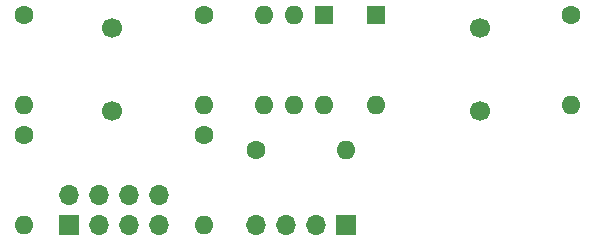
<source format=gbr>
%TF.GenerationSoftware,KiCad,Pcbnew,(5.1.9)-1*%
%TF.CreationDate,2022-02-01T09:31:05-08:00*%
%TF.ProjectId,midi_in_out_dev,6d696469-5f69-46e5-9f6f-75745f646576,1.0*%
%TF.SameCoordinates,Original*%
%TF.FileFunction,Soldermask,Bot*%
%TF.FilePolarity,Negative*%
%FSLAX46Y46*%
G04 Gerber Fmt 4.6, Leading zero omitted, Abs format (unit mm)*
G04 Created by KiCad (PCBNEW (5.1.9)-1) date 2022-02-01 09:31:05*
%MOMM*%
%LPD*%
G01*
G04 APERTURE LIST*
%ADD10O,1.700000X1.700000*%
%ADD11R,1.700000X1.700000*%
%ADD12R,1.600000X1.600000*%
%ADD13O,1.600000X1.600000*%
%ADD14C,1.700000*%
%ADD15C,1.600000*%
G04 APERTURE END LIST*
D10*
%TO.C,REF\u002A\u002A*%
X48260000Y-40005000D03*
X48260000Y-42545000D03*
X45720000Y-40005000D03*
X45720000Y-42545000D03*
X43180000Y-40005000D03*
X43180000Y-42545000D03*
X40640000Y-40005000D03*
D11*
X40640000Y-42545000D03*
%TD*%
D12*
%TO.C,1N4148*%
X66675000Y-24765000D03*
D13*
X66675000Y-32385000D03*
%TD*%
D14*
%TO.C,J1*%
X44340000Y-32865000D03*
X44340000Y-25865000D03*
%TD*%
%TO.C,J2*%
X75455000Y-25865000D03*
X75455000Y-32865000D03*
%TD*%
D11*
%TO.C,G  TX  RX  +*%
X64135000Y-42545000D03*
D10*
X61595000Y-42545000D03*
X59055000Y-42545000D03*
X56515000Y-42545000D03*
%TD*%
D15*
%TO.C,10\u03A9*%
X36830000Y-24765000D03*
D13*
X36830000Y-32385000D03*
%TD*%
%TO.C,220\u03A9*%
X36830000Y-42545000D03*
D15*
X36830000Y-34925000D03*
%TD*%
%TO.C,33\u03A9*%
X52070000Y-24765000D03*
D13*
X52070000Y-32385000D03*
%TD*%
%TO.C,220\u03A9*%
X52070000Y-42545000D03*
D15*
X52070000Y-34925000D03*
%TD*%
%TO.C,220\u03A9*%
X83185000Y-24765000D03*
D13*
X83185000Y-32385000D03*
%TD*%
%TO.C,270\u03A9*%
X64135000Y-36195000D03*
D15*
X56515000Y-36195000D03*
%TD*%
D12*
%TO.C,H11L1*%
X62230000Y-24765000D03*
D13*
X57150000Y-32385000D03*
X59690000Y-24765000D03*
X59690000Y-32385000D03*
X57150000Y-24765000D03*
X62230000Y-32385000D03*
%TD*%
M02*

</source>
